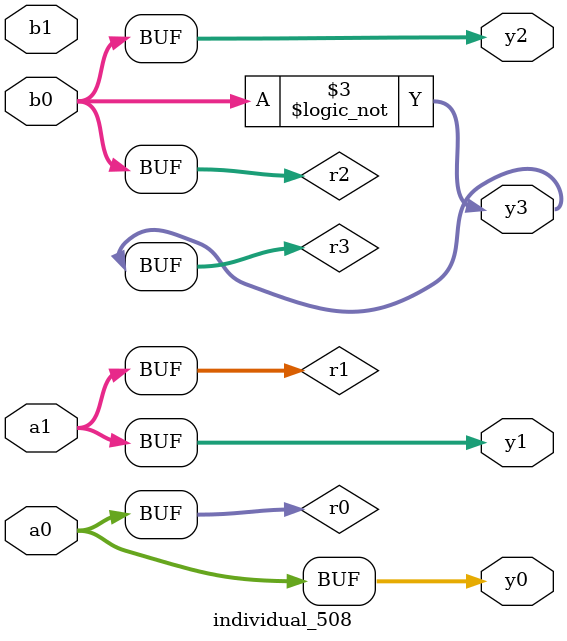
<source format=sv>
module individual_508(input logic [15:0] a1, input logic [15:0] a0, input logic [15:0] b1, input logic [15:0] b0, output logic [15:0] y3, output logic [15:0] y2, output logic [15:0] y1, output logic [15:0] y0);
logic [15:0] r0, r1, r2, r3; 
 always@(*) begin 
	 r0 = a0; r1 = a1; r2 = b0; r3 = b1; 
 	 r3  &=  b1 ;
 	 r3 = ! r2 ;
 	 y3 = r3; y2 = r2; y1 = r1; y0 = r0; 
end
endmodule
</source>
